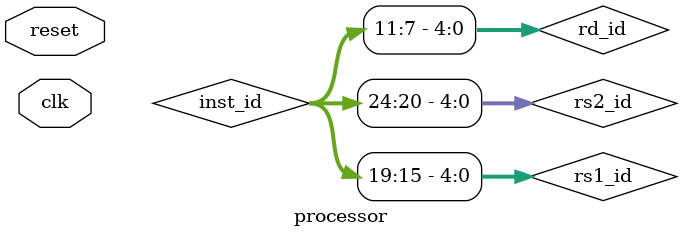
<source format=v>
`include "alu.v"

`include "instruction_fetch.v"
`include "instruction_decode.v"
`include "execute.v"
`include "data_memory.v"
`include "write_back.v"

`include "pipeline_registers.v"


module processor (
  input clk,
  input reset
);
  wire [63:0] PC_if, PC_id, PCbranch_id;

  wire [31:0] inst_if, inst_id, inst_ex;

  wire [63:0] Result_wb;
  wire [63:0] ALU_result_ex, ALU_result_mem, ALU_result_wb;

  wire [63:0] imm_out_id, imm_out_ex;

  wire [63:0] read_data1_id, read_data1_ex;
  wire [63:0] read_data2_id, read_data2_ex;
  wire [63:0] read_data_mem, read_data_wb;
  wire [63:0] write_data_ex, write_data_mem;

  wire RegWrite_id, RegWrite_ex, RegWrite_mem, RegWrite_wb;
  wire MemRead_id, MemRead_ex, MemRead_mem;
  wire ALUSrc_id, ALUSrc_ex;
  wire Branch_id;
  wire MemWrite_id, MemWrite_ex, MemWrite_mem;
  wire MemtoReg_id, MemtoReg_ex, MemtoReg_mem, MemtoReg_wb;
  wire [1:0] ALUOp_id, ALUOp_ex, ALUOp_mem;

  wire [4:0] rd_id, rd_ex, rd_mem, rd_wb;
  wire [4:0] rs1_id, rs1_ex;
  wire [4:0] rs2_id, rs2_ex;

  assign rs1_id = inst_id[19:15];
  assign rs2_id = inst_id[24:20];
  assign rd_id = inst_id[11:7];

  wire PCnotWrite, IFIDnotWrite, IFIDflush;
  wire PCSrc;

  instruction_fetch   if1(.clk(clk), .reset(reset), .PCnotWrite(PCnotWrite), .PCSrc(PCSrc), .PCbranch(PCbranch_id), .PC(PC_if), .inst(inst_if));
  IF_ID               r1(.clk(clk), .reset(reset), .IFIDnotWrite(IFIDnotWrite), .instr_in(inst_if), .instr_out(inst_id), .pc_in(PC_if), .pc_out(PC_id), .flush(IFIDflush));

  instruction_decode  id1(.clk(clk), .inst_id(inst_id), .Result_wb(Result_wb), .RegWrite_wb(RegWrite_wb), .MemRead_ex(MemRead_ex), 
                          .ALUOp_id(ALUOp_id), .rd_wb(rd_wb), .imm_out_id(imm_out_id), .read_data1_id(read_data1_id), .rd_ex(rd_ex), .PCSrc(PCSrc),
                          .read_data2_id(read_data2_id), .ALUSrc_id(ALUSrc_id), .Branch_id(Branch_id), .MemWrite_id(MemWrite_id), .MemRead_id(MemRead_id),
                          .RegWrite_id(RegWrite_id), .MemtoReg_id(MemtoReg_id), .PCnotWrite(PCnotWrite), .IFIDnotWrite(IFIDnotWrite), .PC_id(PC_id), .PCbranch_id(PCbranch_id), .IFIDflush(IFIDflush));
  
  ID_EX               r2(.clk(clk), .reset(reset), .reg_data1_in(read_data1_id), .reg_data2_in(read_data2_id), .imm_in(imm_out_id), .rd_in(rd_id),
                          .rs1_in(rs1_id), .rs2_in(rs2_id), .alu_ctrl_in(ALUOp_id), .mem_read_in(MemRead_id), .mem_write_in(MemWrite_id), .reg_write_in(RegWrite_id),
                          .mem_to_reg_in(MemtoReg_id), .reg_data1_out(read_data1_ex), .reg_data2_out(read_data2_ex), .imm_out(imm_out_ex), .rd_out(rd_ex),
                          .rs1_out(rs1_ex), .rs2_out(rs2_ex), .alu_ctrl_out(ALUOp_ex), .mem_read_out(MemRead_ex), .mem_write_out(MemWrite_ex), .reg_write_out(RegWrite_ex),
                          .mem_to_reg_out(MemtoReg_ex), .ALUSrc_id(ALUSrc_id), .ALUSrc_ex(ALUSrc_ex), .inst_id(inst_id), .inst_ex(inst_ex));

  execute             ex1(.imm_out_ex(imm_out_ex), .read_data1_ex(read_data1_ex), .read_data2_ex(read_data2_ex), .ALU_result_mem(ALU_result_mem), .Result_wb(Result_wb),
                          .rs1_ex(rs1_ex), .rs2_ex(rs2_ex), .rd_mem(rd_mem), .rd_wb(rd_wb), .RegWrite_mem(RegWrite_mem), .RegWrite_wb(RegWrite_wb), .inst_ex(inst_ex), .ALUOp_ex(ALUOp_ex),
                          .ALUSrc_ex(ALUSrc_ex), .ALU_result_ex(ALU_result_ex), .write_data_ex(write_data_ex));
  
  EX_MEM              r3(.clk(clk), .reset(reset), .RegWrite_in(RegWrite_ex), .MemRead_in(MemRead_ex), .MemWrite_in(MemWrite_ex), .MemtoReg_in(MemtoReg_ex), .ALUOp_in(ALUOp_ex),
                          .ALU_result_in(ALU_result_ex), .write_data_ex(write_data_ex), .rd_in(rd_ex), .RegWrite_out(RegWrite_mem), .MemRead_out(MemRead_mem), .MemWrite_out(MemWrite_mem),
                          .MemtoReg_out(MemtoReg_mem), .ALUOp_out(ALUOp_mem), .ALU_result_out(ALU_result_mem), .write_data_mem(write_data_mem), .rd_out(rd_mem));
  
  data_memory         dm1(.MemRead_mem(MemRead_mem), .MemWrite_mem(MemWrite_mem), .address(ALU_result_mem), .write_data(write_data_mem), .read_data_mem(read_data_mem));

  MEM_WB              r4(.clk(clk), .reset(reset), .RegWrite_in(RegWrite_mem), .MemtoReg_in(MemtoReg_mem), .ALU_result_in(ALU_result_mem), .mem_data_in(read_data_mem), .rd_in(rd_mem), .RegWrite_out(RegWrite_wb),
                          .MemtoReg_out(MemtoReg_wb), .ALU_result_out(ALU_result_wb), .mem_data_out(read_data_wb), .rd_out(rd_wb));

  write_back          wb1(.read_data(read_data_wb), .alu_result(ALU_result_wb), .MemtoReg(MemtoReg_wb), .write_data(Result_wb));

endmodule


</source>
